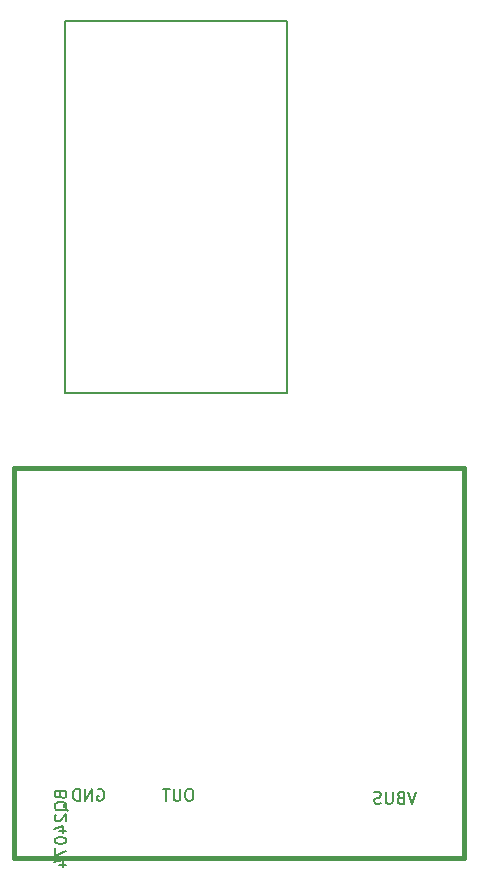
<source format=gbr>
%TF.GenerationSoftware,KiCad,Pcbnew,(6.0.7)*%
%TF.CreationDate,2023-03-27T03:10:45-05:00*%
%TF.ProjectId,Main PCB,4d61696e-2050-4434-922e-6b696361645f,rev?*%
%TF.SameCoordinates,Original*%
%TF.FileFunction,Legend,Bot*%
%TF.FilePolarity,Positive*%
%FSLAX46Y46*%
G04 Gerber Fmt 4.6, Leading zero omitted, Abs format (unit mm)*
G04 Created by KiCad (PCBNEW (6.0.7)) date 2023-03-27 03:10:45*
%MOMM*%
%LPD*%
G01*
G04 APERTURE LIST*
%ADD10C,0.150000*%
%ADD11C,0.381000*%
G04 APERTURE END LIST*
D10*
X79811333Y-105116380D02*
X79478000Y-106116380D01*
X79144666Y-105116380D01*
X78478000Y-105592571D02*
X78335142Y-105640190D01*
X78287523Y-105687809D01*
X78239904Y-105783047D01*
X78239904Y-105925904D01*
X78287523Y-106021142D01*
X78335142Y-106068761D01*
X78430380Y-106116380D01*
X78811333Y-106116380D01*
X78811333Y-105116380D01*
X78478000Y-105116380D01*
X78382761Y-105164000D01*
X78335142Y-105211619D01*
X78287523Y-105306857D01*
X78287523Y-105402095D01*
X78335142Y-105497333D01*
X78382761Y-105544952D01*
X78478000Y-105592571D01*
X78811333Y-105592571D01*
X77811333Y-105116380D02*
X77811333Y-105925904D01*
X77763714Y-106021142D01*
X77716095Y-106068761D01*
X77620857Y-106116380D01*
X77430380Y-106116380D01*
X77335142Y-106068761D01*
X77287523Y-106021142D01*
X77239904Y-105925904D01*
X77239904Y-105116380D01*
X76811333Y-106068761D02*
X76668476Y-106116380D01*
X76430380Y-106116380D01*
X76335142Y-106068761D01*
X76287523Y-106021142D01*
X76239904Y-105925904D01*
X76239904Y-105830666D01*
X76287523Y-105735428D01*
X76335142Y-105687809D01*
X76430380Y-105640190D01*
X76620857Y-105592571D01*
X76716095Y-105544952D01*
X76763714Y-105497333D01*
X76811333Y-105402095D01*
X76811333Y-105306857D01*
X76763714Y-105211619D01*
X76716095Y-105164000D01*
X76620857Y-105116380D01*
X76382761Y-105116380D01*
X76239904Y-105164000D01*
X60690000Y-104862380D02*
X60499523Y-104862380D01*
X60404285Y-104910000D01*
X60309047Y-105005238D01*
X60261428Y-105195714D01*
X60261428Y-105529047D01*
X60309047Y-105719523D01*
X60404285Y-105814761D01*
X60499523Y-105862380D01*
X60690000Y-105862380D01*
X60785238Y-105814761D01*
X60880476Y-105719523D01*
X60928095Y-105529047D01*
X60928095Y-105195714D01*
X60880476Y-105005238D01*
X60785238Y-104910000D01*
X60690000Y-104862380D01*
X59832857Y-104862380D02*
X59832857Y-105671904D01*
X59785238Y-105767142D01*
X59737619Y-105814761D01*
X59642380Y-105862380D01*
X59451904Y-105862380D01*
X59356666Y-105814761D01*
X59309047Y-105767142D01*
X59261428Y-105671904D01*
X59261428Y-104862380D01*
X58928095Y-104862380D02*
X58356666Y-104862380D01*
X58642380Y-105862380D02*
X58642380Y-104862380D01*
X52831904Y-104910000D02*
X52927142Y-104862380D01*
X53070000Y-104862380D01*
X53212857Y-104910000D01*
X53308095Y-105005238D01*
X53355714Y-105100476D01*
X53403333Y-105290952D01*
X53403333Y-105433809D01*
X53355714Y-105624285D01*
X53308095Y-105719523D01*
X53212857Y-105814761D01*
X53070000Y-105862380D01*
X52974761Y-105862380D01*
X52831904Y-105814761D01*
X52784285Y-105767142D01*
X52784285Y-105433809D01*
X52974761Y-105433809D01*
X52355714Y-105862380D02*
X52355714Y-104862380D01*
X51784285Y-105862380D01*
X51784285Y-104862380D01*
X51308095Y-105862380D02*
X51308095Y-104862380D01*
X51070000Y-104862380D01*
X50927142Y-104910000D01*
X50831904Y-105005238D01*
X50784285Y-105100476D01*
X50736666Y-105290952D01*
X50736666Y-105433809D01*
X50784285Y-105624285D01*
X50831904Y-105719523D01*
X50927142Y-105814761D01*
X51070000Y-105862380D01*
X51308095Y-105862380D01*
D11*
X83820000Y-110744000D02*
X45720000Y-110744000D01*
X45720000Y-110744000D02*
X45720000Y-77724000D01*
X45720000Y-77724000D02*
X83820000Y-77724000D01*
X83820000Y-77724000D02*
X83820000Y-110744000D01*
D10*
X68834000Y-39878000D02*
X50038000Y-39878000D01*
X50038000Y-39878000D02*
X50038000Y-71374000D01*
X50038000Y-71374000D02*
X68834000Y-71374000D01*
X68834000Y-71374000D02*
X68834000Y-39878000D01*
%TO.C,BQ24074*%
X49668571Y-105370666D02*
X49716190Y-105513523D01*
X49763809Y-105561142D01*
X49859047Y-105608761D01*
X50001904Y-105608761D01*
X50097142Y-105561142D01*
X50144761Y-105513523D01*
X50192380Y-105418285D01*
X50192380Y-105037333D01*
X49192380Y-105037333D01*
X49192380Y-105370666D01*
X49240000Y-105465904D01*
X49287619Y-105513523D01*
X49382857Y-105561142D01*
X49478095Y-105561142D01*
X49573333Y-105513523D01*
X49620952Y-105465904D01*
X49668571Y-105370666D01*
X49668571Y-105037333D01*
X50287619Y-106704000D02*
X50240000Y-106608761D01*
X50144761Y-106513523D01*
X50001904Y-106370666D01*
X49954285Y-106275428D01*
X49954285Y-106180190D01*
X50192380Y-106227809D02*
X50144761Y-106132571D01*
X50049523Y-106037333D01*
X49859047Y-105989714D01*
X49525714Y-105989714D01*
X49335238Y-106037333D01*
X49240000Y-106132571D01*
X49192380Y-106227809D01*
X49192380Y-106418285D01*
X49240000Y-106513523D01*
X49335238Y-106608761D01*
X49525714Y-106656380D01*
X49859047Y-106656380D01*
X50049523Y-106608761D01*
X50144761Y-106513523D01*
X50192380Y-106418285D01*
X50192380Y-106227809D01*
X49287619Y-107037333D02*
X49240000Y-107084952D01*
X49192380Y-107180190D01*
X49192380Y-107418285D01*
X49240000Y-107513523D01*
X49287619Y-107561142D01*
X49382857Y-107608761D01*
X49478095Y-107608761D01*
X49620952Y-107561142D01*
X50192380Y-106989714D01*
X50192380Y-107608761D01*
X49525714Y-108465904D02*
X50192380Y-108465904D01*
X49144761Y-108227809D02*
X49859047Y-107989714D01*
X49859047Y-108608761D01*
X49192380Y-109180190D02*
X49192380Y-109275428D01*
X49240000Y-109370666D01*
X49287619Y-109418285D01*
X49382857Y-109465904D01*
X49573333Y-109513523D01*
X49811428Y-109513523D01*
X50001904Y-109465904D01*
X50097142Y-109418285D01*
X50144761Y-109370666D01*
X50192380Y-109275428D01*
X50192380Y-109180190D01*
X50144761Y-109084952D01*
X50097142Y-109037333D01*
X50001904Y-108989714D01*
X49811428Y-108942095D01*
X49573333Y-108942095D01*
X49382857Y-108989714D01*
X49287619Y-109037333D01*
X49240000Y-109084952D01*
X49192380Y-109180190D01*
X49192380Y-109846857D02*
X49192380Y-110513523D01*
X50192380Y-110084952D01*
X49525714Y-111323047D02*
X50192380Y-111323047D01*
X49144761Y-111084952D02*
X49859047Y-110846857D01*
X49859047Y-111465904D01*
%TD*%
M02*

</source>
